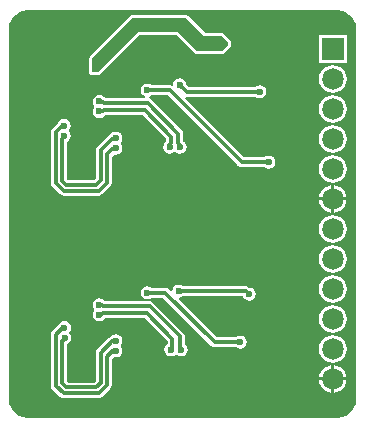
<source format=gbl>
G04*
G04 #@! TF.GenerationSoftware,Altium Limited,Altium Designer,22.0.2 (36)*
G04*
G04 Layer_Physical_Order=2*
G04 Layer_Color=16711680*
%FSLAX25Y25*%
%MOIN*%
G70*
G04*
G04 #@! TF.SameCoordinates,8F1ED235-4021-42EF-82FE-ED0713BC9050*
G04*
G04*
G04 #@! TF.FilePolarity,Positive*
G04*
G01*
G75*
%ADD31C,0.01200*%
%ADD33C,0.07193*%
%ADD34R,0.07193X0.07193*%
%ADD35C,0.02362*%
G36*
X111953Y136440D02*
X113172Y135935D01*
X114269Y135202D01*
X115202Y134269D01*
X115935Y133172D01*
X116440Y131954D01*
X116697Y130660D01*
Y130000D01*
Y7500D01*
Y6840D01*
X116440Y5547D01*
X115935Y4328D01*
X115202Y3231D01*
X114269Y2298D01*
X113172Y1565D01*
X111953Y1060D01*
X110660Y803D01*
X110000D01*
X7500Y803D01*
X6840D01*
X5547Y1060D01*
X4328Y1565D01*
X3231Y2298D01*
X2298Y3231D01*
X1565Y4328D01*
X1060Y5547D01*
X803Y6840D01*
X803Y7500D01*
Y130000D01*
Y130660D01*
X1060Y131954D01*
X1565Y133172D01*
X2298Y134269D01*
X3231Y135202D01*
X4328Y135935D01*
X5547Y136440D01*
X6840Y136697D01*
X7500Y136697D01*
X110660D01*
X111953Y136440D01*
D02*
G37*
%LPC*%
G36*
X60000Y135020D02*
X42000D01*
X41610Y134942D01*
X41279Y134721D01*
X27779Y121221D01*
X27558Y120890D01*
X27480Y120500D01*
Y116000D01*
X27558Y115610D01*
X27779Y115279D01*
X28110Y115058D01*
X28500Y114980D01*
X30500D01*
X30890Y115058D01*
X31221Y115279D01*
X44422Y128480D01*
X56578D01*
X62779Y122279D01*
X63110Y122058D01*
X63500Y121980D01*
X72000D01*
X72390Y122058D01*
X72721Y122279D01*
X74721Y124279D01*
X74942Y124610D01*
X75020Y125000D01*
Y126000D01*
X74942Y126390D01*
X74721Y126721D01*
X72721Y128721D01*
X72390Y128942D01*
X72000Y129020D01*
X66422D01*
X60721Y134721D01*
X60390Y134942D01*
X60000Y135020D01*
D02*
G37*
G36*
X113414Y128347D02*
X104221D01*
Y119153D01*
X113414D01*
Y128347D01*
D02*
G37*
G36*
X57756Y114025D02*
X56905Y113856D01*
X56183Y113374D01*
X55701Y112652D01*
X55532Y111801D01*
X55419Y111720D01*
X55079Y111516D01*
X54500Y111631D01*
X48506D01*
X48500Y111632D01*
X48478Y111635D01*
X47851Y112055D01*
X47000Y112224D01*
X46149Y112055D01*
X45428Y111573D01*
X44945Y110851D01*
X44776Y110000D01*
X44945Y109149D01*
X45428Y108428D01*
X46149Y107946D01*
X46335Y107908D01*
X46286Y107408D01*
X33061D01*
X32825Y107566D01*
X32755Y107580D01*
X32572Y107854D01*
X31851Y108336D01*
X31000Y108505D01*
X30149Y108336D01*
X29427Y107854D01*
X28945Y107132D01*
X28776Y106281D01*
X28945Y105430D01*
X29250Y104974D01*
X29388Y104600D01*
X29250Y104226D01*
X28945Y103770D01*
X28776Y102919D01*
X28945Y102068D01*
X29427Y101347D01*
X30149Y100864D01*
X31000Y100695D01*
X31851Y100864D01*
X32572Y101347D01*
X32739Y101595D01*
X32934Y101634D01*
X33055Y101715D01*
X45458D01*
X53334Y93838D01*
Y92890D01*
X52928Y92618D01*
X52446Y91897D01*
X52276Y91046D01*
X52446Y90195D01*
X52928Y89473D01*
X53649Y88991D01*
X54500Y88822D01*
X55351Y88991D01*
X55786Y89282D01*
X56290Y89428D01*
X57011Y88946D01*
X57862Y88776D01*
X58713Y88946D01*
X59435Y89428D01*
X59917Y90149D01*
X60086Y91000D01*
X59917Y91851D01*
X59435Y92572D01*
X59028Y92844D01*
Y95521D01*
X58904Y96145D01*
X58550Y96674D01*
X48294Y106931D01*
X47765Y107284D01*
X47427Y107351D01*
Y107861D01*
X47851Y107946D01*
X48478Y108365D01*
X48489Y108366D01*
X48519Y108369D01*
X53824D01*
X77346Y84847D01*
X77876Y84493D01*
X78500Y84369D01*
X78500Y84369D01*
X85994D01*
X86000Y84368D01*
X86022Y84365D01*
X86649Y83946D01*
X87500Y83776D01*
X88351Y83946D01*
X89073Y84427D01*
X89555Y85149D01*
X89724Y86000D01*
X89555Y86851D01*
X89073Y87572D01*
X88351Y88055D01*
X87500Y88224D01*
X86649Y88055D01*
X86022Y87635D01*
X86011Y87634D01*
X85981Y87631D01*
X79176D01*
X59396Y107411D01*
X59415Y107505D01*
X59988Y107893D01*
X60108Y107869D01*
X82994D01*
X82999Y107868D01*
X83022Y107865D01*
X83649Y107446D01*
X84500Y107276D01*
X85351Y107446D01*
X86072Y107928D01*
X86554Y108649D01*
X86724Y109500D01*
X86554Y110351D01*
X86072Y111073D01*
X85351Y111555D01*
X84500Y111724D01*
X83649Y111555D01*
X83022Y111135D01*
X83012Y111134D01*
X82981Y111131D01*
X60784D01*
X59986Y111929D01*
X59969Y111950D01*
X59947Y111978D01*
X59943Y111985D01*
X59810Y112652D01*
X59328Y113374D01*
X58607Y113856D01*
X57756Y114025D01*
D02*
G37*
G36*
X108817Y118386D02*
X107617Y118228D01*
X106499Y117765D01*
X105539Y117028D01*
X104802Y116068D01*
X104339Y114950D01*
X104181Y113750D01*
X104339Y112550D01*
X104802Y111432D01*
X105539Y110472D01*
X106499Y109735D01*
X107617Y109272D01*
X108817Y109114D01*
X110017Y109272D01*
X111135Y109735D01*
X112095Y110472D01*
X112832Y111432D01*
X113295Y112550D01*
X113453Y113750D01*
X113295Y114950D01*
X112832Y116068D01*
X112095Y117028D01*
X111135Y117765D01*
X110017Y118228D01*
X108817Y118386D01*
D02*
G37*
G36*
Y108386D02*
X107617Y108228D01*
X106499Y107765D01*
X105539Y107028D01*
X104802Y106068D01*
X104339Y104950D01*
X104181Y103750D01*
X104339Y102550D01*
X104802Y101432D01*
X105539Y100472D01*
X106499Y99735D01*
X107617Y99272D01*
X108817Y99114D01*
X110017Y99272D01*
X111135Y99735D01*
X112095Y100472D01*
X112832Y101432D01*
X113295Y102550D01*
X113453Y103750D01*
X113295Y104950D01*
X112832Y106068D01*
X112095Y107028D01*
X111135Y107765D01*
X110017Y108228D01*
X108817Y108386D01*
D02*
G37*
G36*
Y98386D02*
X107617Y98228D01*
X106499Y97765D01*
X105539Y97028D01*
X104802Y96068D01*
X104339Y94950D01*
X104181Y93750D01*
X104339Y92550D01*
X104802Y91432D01*
X105539Y90472D01*
X106499Y89735D01*
X107617Y89272D01*
X108817Y89114D01*
X110017Y89272D01*
X111135Y89735D01*
X112095Y90472D01*
X112832Y91432D01*
X113295Y92550D01*
X113453Y93750D01*
X113295Y94950D01*
X112832Y96068D01*
X112095Y97028D01*
X111135Y97765D01*
X110017Y98228D01*
X108817Y98386D01*
D02*
G37*
G36*
X19222Y100446D02*
X18371Y100277D01*
X17650Y99795D01*
X17168Y99073D01*
X17133Y98900D01*
X16976Y98795D01*
X15347Y97166D01*
X14993Y96636D01*
X14869Y96012D01*
Y79000D01*
X14993Y78376D01*
X15347Y77846D01*
X17932Y75261D01*
X18462Y74907D01*
X19086Y74783D01*
X30743D01*
X31367Y74907D01*
X31896Y75261D01*
X34653Y78018D01*
X35007Y78547D01*
X35131Y79172D01*
Y87898D01*
X35789Y88555D01*
X36500Y88414D01*
X37351Y88583D01*
X38072Y89065D01*
X38555Y89787D01*
X38724Y90638D01*
X38555Y91489D01*
X38250Y91945D01*
X38112Y92319D01*
X38250Y92693D01*
X38555Y93149D01*
X38724Y94000D01*
X38555Y94851D01*
X38072Y95573D01*
X37351Y96055D01*
X36500Y96224D01*
X35649Y96055D01*
X34927Y95573D01*
X34748Y95304D01*
X34653Y95285D01*
X34124Y94931D01*
X30347Y91154D01*
X29993Y90624D01*
X29869Y90000D01*
Y80676D01*
X29239Y80046D01*
X20590D01*
X20131Y80504D01*
Y92805D01*
X20132Y92806D01*
X20854Y93288D01*
X21336Y94009D01*
X21505Y94860D01*
X21336Y95711D01*
X20854Y96433D01*
X20968Y96908D01*
X21277Y97371D01*
X21446Y98222D01*
X21277Y99073D01*
X20795Y99795D01*
X20073Y100277D01*
X19222Y100446D01*
D02*
G37*
G36*
X108817Y88386D02*
X107617Y88228D01*
X106499Y87765D01*
X105539Y87028D01*
X104802Y86068D01*
X104339Y84950D01*
X104181Y83750D01*
X104339Y82550D01*
X104802Y81432D01*
X105539Y80472D01*
X106499Y79735D01*
X107617Y79272D01*
X108817Y79114D01*
X110017Y79272D01*
X111135Y79735D01*
X112095Y80472D01*
X112832Y81432D01*
X113295Y82550D01*
X113453Y83750D01*
X113295Y84950D01*
X112832Y86068D01*
X112095Y87028D01*
X111135Y87765D01*
X110017Y88228D01*
X108817Y88386D01*
D02*
G37*
G36*
X109317Y78320D02*
Y74250D01*
X113388D01*
X113295Y74950D01*
X112832Y76068D01*
X112095Y77028D01*
X111135Y77765D01*
X110017Y78228D01*
X109317Y78320D01*
D02*
G37*
G36*
X108317Y78320D02*
X107617Y78228D01*
X106499Y77765D01*
X105539Y77028D01*
X104802Y76068D01*
X104339Y74950D01*
X104247Y74250D01*
X108317D01*
Y78320D01*
D02*
G37*
G36*
X113388Y73250D02*
X109317D01*
Y69180D01*
X110017Y69272D01*
X111135Y69735D01*
X112095Y70472D01*
X112832Y71432D01*
X113295Y72550D01*
X113388Y73250D01*
D02*
G37*
G36*
X108317D02*
X104247D01*
X104339Y72550D01*
X104802Y71432D01*
X105539Y70472D01*
X106499Y69735D01*
X107617Y69272D01*
X108317Y69180D01*
Y73250D01*
D02*
G37*
G36*
X108817Y68386D02*
X107617Y68228D01*
X106499Y67765D01*
X105539Y67028D01*
X104802Y66068D01*
X104339Y64950D01*
X104181Y63750D01*
X104339Y62550D01*
X104802Y61432D01*
X105539Y60472D01*
X106499Y59735D01*
X107617Y59272D01*
X108817Y59114D01*
X110017Y59272D01*
X111135Y59735D01*
X112095Y60472D01*
X112832Y61432D01*
X113295Y62550D01*
X113453Y63750D01*
X113295Y64950D01*
X112832Y66068D01*
X112095Y67028D01*
X111135Y67765D01*
X110017Y68228D01*
X108817Y68386D01*
D02*
G37*
G36*
Y58386D02*
X107617Y58228D01*
X106499Y57765D01*
X105539Y57028D01*
X104802Y56068D01*
X104339Y54950D01*
X104181Y53750D01*
X104339Y52550D01*
X104802Y51432D01*
X105539Y50472D01*
X106499Y49735D01*
X107617Y49272D01*
X108817Y49114D01*
X110017Y49272D01*
X111135Y49735D01*
X112095Y50472D01*
X112832Y51432D01*
X113295Y52550D01*
X113453Y53750D01*
X113295Y54950D01*
X112832Y56068D01*
X112095Y57028D01*
X111135Y57765D01*
X110017Y58228D01*
X108817Y58386D01*
D02*
G37*
G36*
X57500Y45224D02*
X56649Y45055D01*
X55927Y44572D01*
X55445Y43851D01*
X55316Y43198D01*
X54805Y43002D01*
X54154Y43654D01*
X53624Y44007D01*
X53000Y44131D01*
X48506D01*
X48500Y44132D01*
X48478Y44135D01*
X47851Y44555D01*
X47000Y44724D01*
X46149Y44555D01*
X45428Y44072D01*
X44945Y43351D01*
X44776Y42500D01*
X44945Y41649D01*
X45428Y40927D01*
X46149Y40445D01*
X47000Y40276D01*
X47851Y40445D01*
X48478Y40865D01*
X48489Y40866D01*
X48519Y40869D01*
X52324D01*
X68347Y24847D01*
X68876Y24493D01*
X69500Y24369D01*
X76494D01*
X76499Y24368D01*
X76522Y24365D01*
X77149Y23945D01*
X78000Y23776D01*
X78851Y23945D01*
X79572Y24428D01*
X80054Y25149D01*
X80224Y26000D01*
X80054Y26851D01*
X79572Y27573D01*
X78851Y28055D01*
X78000Y28224D01*
X77149Y28055D01*
X76522Y27635D01*
X76512Y27634D01*
X76481Y27631D01*
X70176D01*
X57502Y40305D01*
X57699Y40816D01*
X58351Y40945D01*
X58978Y41365D01*
X58988Y41366D01*
X59019Y41369D01*
X78902D01*
X78945Y41149D01*
X79427Y40428D01*
X80149Y39945D01*
X81000Y39776D01*
X81851Y39945D01*
X82573Y40428D01*
X83055Y41149D01*
X83224Y42000D01*
X83055Y42851D01*
X82573Y43573D01*
X81851Y44055D01*
X81069Y44210D01*
X80624Y44507D01*
X80000Y44631D01*
X59006D01*
X59000Y44632D01*
X58978Y44635D01*
X58351Y45055D01*
X57500Y45224D01*
D02*
G37*
G36*
X108817Y48386D02*
X107617Y48228D01*
X106499Y47765D01*
X105539Y47028D01*
X104802Y46068D01*
X104339Y44950D01*
X104181Y43750D01*
X104339Y42550D01*
X104802Y41432D01*
X105539Y40472D01*
X106499Y39735D01*
X107617Y39272D01*
X108817Y39114D01*
X110017Y39272D01*
X111135Y39735D01*
X112095Y40472D01*
X112832Y41432D01*
X113295Y42550D01*
X113453Y43750D01*
X113295Y44950D01*
X112832Y46068D01*
X112095Y47028D01*
X111135Y47765D01*
X110017Y48228D01*
X108817Y48386D01*
D02*
G37*
G36*
Y38386D02*
X107617Y38228D01*
X106499Y37765D01*
X105539Y37028D01*
X104802Y36068D01*
X104339Y34950D01*
X104181Y33750D01*
X104339Y32550D01*
X104802Y31432D01*
X105539Y30472D01*
X106499Y29735D01*
X107617Y29272D01*
X108817Y29114D01*
X110017Y29272D01*
X111135Y29735D01*
X112095Y30472D01*
X112832Y31432D01*
X113295Y32550D01*
X113453Y33750D01*
X113295Y34950D01*
X112832Y36068D01*
X112095Y37028D01*
X111135Y37765D01*
X110017Y38228D01*
X108817Y38386D01*
D02*
G37*
G36*
X31000Y40724D02*
X30149Y40555D01*
X29427Y40073D01*
X28945Y39351D01*
X28776Y38500D01*
X28945Y37649D01*
X29250Y37193D01*
X29388Y36819D01*
X29250Y36445D01*
X28945Y35989D01*
X28776Y35138D01*
X28945Y34287D01*
X29427Y33565D01*
X30149Y33083D01*
X31000Y32914D01*
X31851Y33083D01*
X32572Y33565D01*
X32844Y33972D01*
X46100D01*
X53739Y26333D01*
Y25385D01*
X53333Y25113D01*
X52851Y24392D01*
X52681Y23541D01*
X52851Y22690D01*
X53333Y21968D01*
X54054Y21486D01*
X54905Y21317D01*
X55756Y21486D01*
X56189Y21775D01*
X56695Y21919D01*
X57416Y21437D01*
X58267Y21267D01*
X59118Y21437D01*
X59840Y21919D01*
X60322Y22640D01*
X60491Y23491D01*
X60322Y24342D01*
X59840Y25064D01*
X59433Y25335D01*
Y28016D01*
X59309Y28640D01*
X58955Y29169D01*
X48936Y39188D01*
X48407Y39542D01*
X47783Y39666D01*
X32844D01*
X32572Y40073D01*
X31851Y40555D01*
X31000Y40724D01*
D02*
G37*
G36*
X19393Y33116D02*
X18542Y32947D01*
X17820Y32465D01*
X17338Y31744D01*
X17304Y31571D01*
X17146Y31465D01*
X15347Y29666D01*
X14993Y29136D01*
X14869Y28512D01*
Y11500D01*
X14993Y10876D01*
X15347Y10346D01*
X17932Y7761D01*
X18462Y7407D01*
X19086Y7283D01*
X30743D01*
X31367Y7407D01*
X31896Y7761D01*
X34653Y10518D01*
X35007Y11047D01*
X35131Y11672D01*
Y20398D01*
X35789Y21055D01*
X36500Y20914D01*
X37351Y21083D01*
X38072Y21565D01*
X38555Y22287D01*
X38724Y23138D01*
X38555Y23989D01*
X38250Y24445D01*
X38112Y24819D01*
X38250Y25193D01*
X38555Y25649D01*
X38724Y26500D01*
X38555Y27351D01*
X38072Y28073D01*
X37351Y28555D01*
X36500Y28724D01*
X35649Y28555D01*
X34927Y28073D01*
X34748Y27804D01*
X34653Y27785D01*
X34124Y27431D01*
X30347Y23653D01*
X29993Y23124D01*
X29869Y22500D01*
Y13176D01*
X29239Y12546D01*
X20590D01*
X20131Y13004D01*
Y25442D01*
X20302Y25476D01*
X21024Y25958D01*
X21506Y26680D01*
X21675Y27531D01*
X21506Y28381D01*
X21024Y29103D01*
X21161Y29613D01*
X21447Y30042D01*
X21617Y30893D01*
X21447Y31744D01*
X20965Y32465D01*
X20244Y32947D01*
X19393Y33116D01*
D02*
G37*
G36*
X108817Y28386D02*
X107617Y28228D01*
X106499Y27765D01*
X105539Y27028D01*
X104802Y26068D01*
X104339Y24950D01*
X104181Y23750D01*
X104339Y22550D01*
X104802Y21432D01*
X105539Y20472D01*
X106499Y19735D01*
X107617Y19272D01*
X108817Y19114D01*
X110017Y19272D01*
X111135Y19735D01*
X112095Y20472D01*
X112832Y21432D01*
X113295Y22550D01*
X113453Y23750D01*
X113295Y24950D01*
X112832Y26068D01*
X112095Y27028D01*
X111135Y27765D01*
X110017Y28228D01*
X108817Y28386D01*
D02*
G37*
G36*
X109317Y18320D02*
Y14250D01*
X113388D01*
X113295Y14950D01*
X112832Y16068D01*
X112095Y17028D01*
X111135Y17765D01*
X110017Y18228D01*
X109317Y18320D01*
D02*
G37*
G36*
X108317Y18320D02*
X107617Y18228D01*
X106499Y17765D01*
X105539Y17028D01*
X104802Y16068D01*
X104339Y14950D01*
X104247Y14250D01*
X108317D01*
Y18320D01*
D02*
G37*
G36*
Y13250D02*
X104247D01*
X104339Y12550D01*
X104802Y11432D01*
X105539Y10472D01*
X106499Y9735D01*
X107617Y9272D01*
X108317Y9180D01*
Y13250D01*
D02*
G37*
G36*
X113388D02*
X109317D01*
Y9180D01*
X110017Y9272D01*
X111135Y9735D01*
X112095Y10472D01*
X112832Y11432D01*
X113295Y12550D01*
X113388Y13250D01*
D02*
G37*
%LPD*%
G36*
X66000Y128000D02*
X72000D01*
X74000Y126000D01*
Y125000D01*
X72000Y123000D01*
X63500D01*
X57000Y129500D01*
X44000D01*
X30500Y116000D01*
X28500D01*
Y120500D01*
X42000Y134000D01*
X60000D01*
X66000Y128000D01*
D02*
G37*
G36*
X58942Y111762D02*
X58957Y111695D01*
X58982Y111625D01*
X59015Y111551D01*
X59058Y111475D01*
X59110Y111395D01*
X59171Y111313D01*
X59321Y111138D01*
X59410Y111046D01*
X58592Y110168D01*
X58500Y110256D01*
X58325Y110404D01*
X58242Y110464D01*
X58162Y110514D01*
X58084Y110555D01*
X58010Y110586D01*
X57938Y110607D01*
X57870Y110619D01*
X57804Y110621D01*
X58937Y111826D01*
X58942Y111762D01*
D02*
G37*
G36*
X47892Y110784D02*
X47950Y110745D01*
X48016Y110711D01*
X48091Y110682D01*
X48175Y110657D01*
X48268Y110636D01*
X48369Y110620D01*
X48479Y110609D01*
X48726Y110600D01*
Y109400D01*
X48598Y109398D01*
X48369Y109380D01*
X48268Y109364D01*
X48175Y109343D01*
X48091Y109318D01*
X48016Y109289D01*
X47950Y109255D01*
X47892Y109216D01*
X47844Y109173D01*
Y110827D01*
X47892Y110784D01*
D02*
G37*
G36*
X83657Y108673D02*
X83608Y108716D01*
X83550Y108755D01*
X83484Y108789D01*
X83409Y108818D01*
X83325Y108843D01*
X83232Y108864D01*
X83131Y108880D01*
X83021Y108891D01*
X82774Y108900D01*
Y110100D01*
X82902Y110102D01*
X83131Y110120D01*
X83232Y110136D01*
X83325Y110157D01*
X83409Y110182D01*
X83484Y110211D01*
X83550Y110245D01*
X83608Y110284D01*
X83657Y110327D01*
Y108673D01*
D02*
G37*
G36*
X86656Y85173D02*
X86608Y85216D01*
X86550Y85255D01*
X86484Y85289D01*
X86409Y85318D01*
X86325Y85343D01*
X86232Y85364D01*
X86131Y85380D01*
X86021Y85391D01*
X85774Y85400D01*
Y86600D01*
X85902Y86602D01*
X86131Y86620D01*
X86232Y86636D01*
X86325Y86657D01*
X86409Y86682D01*
X86484Y86711D01*
X86550Y86745D01*
X86608Y86784D01*
X86656Y86827D01*
Y85173D01*
D02*
G37*
G36*
X35829Y89666D02*
X35780Y89691D01*
X35727Y89704D01*
X35669Y89704D01*
X35605Y89691D01*
X35537Y89665D01*
X35464Y89627D01*
X35386Y89576D01*
X35303Y89512D01*
X35214Y89435D01*
X35121Y89346D01*
X34415Y90337D01*
X35471Y91217D01*
X35829Y89666D01*
D02*
G37*
G36*
X58392Y43784D02*
X58450Y43745D01*
X58516Y43711D01*
X58591Y43682D01*
X58675Y43657D01*
X58768Y43636D01*
X58869Y43620D01*
X58979Y43609D01*
X59226Y43600D01*
Y42400D01*
X59098Y42398D01*
X58869Y42380D01*
X58768Y42364D01*
X58675Y42343D01*
X58591Y42318D01*
X58516Y42289D01*
X58450Y42255D01*
X58392Y42216D01*
X58343Y42173D01*
Y43827D01*
X58392Y43784D01*
D02*
G37*
G36*
X47892Y43284D02*
X47950Y43245D01*
X48016Y43211D01*
X48091Y43182D01*
X48175Y43157D01*
X48268Y43136D01*
X48369Y43120D01*
X48479Y43109D01*
X48726Y43100D01*
Y41900D01*
X48598Y41898D01*
X48369Y41880D01*
X48268Y41864D01*
X48175Y41843D01*
X48091Y41818D01*
X48016Y41789D01*
X47950Y41755D01*
X47892Y41716D01*
X47844Y41673D01*
Y43327D01*
X47892Y43284D01*
D02*
G37*
G36*
X77157Y25173D02*
X77108Y25216D01*
X77050Y25255D01*
X76984Y25289D01*
X76909Y25318D01*
X76825Y25343D01*
X76732Y25364D01*
X76631Y25380D01*
X76521Y25391D01*
X76274Y25400D01*
Y26600D01*
X76402Y26602D01*
X76631Y26620D01*
X76732Y26636D01*
X76825Y26657D01*
X76909Y26682D01*
X76984Y26711D01*
X77050Y26745D01*
X77108Y26784D01*
X77157Y26827D01*
Y25173D01*
D02*
G37*
G36*
X35829Y22166D02*
X35780Y22191D01*
X35727Y22204D01*
X35669Y22204D01*
X35605Y22191D01*
X35537Y22165D01*
X35464Y22127D01*
X35386Y22076D01*
X35303Y22012D01*
X35214Y21935D01*
X35121Y21846D01*
X34415Y22837D01*
X35471Y23718D01*
X35829Y22166D01*
D02*
G37*
D31*
X31500Y90000D02*
X35278Y93778D01*
X36278D02*
X36500Y94000D01*
X35278Y93778D02*
X36278D01*
X35342Y90415D02*
X36278D01*
X31500Y80000D02*
Y90000D01*
X33500Y79172D02*
Y88573D01*
X36278Y90415D02*
X36500Y90638D01*
X33500Y88573D02*
X35342Y90415D01*
Y22915D02*
X36278D01*
Y26278D02*
X36500Y26500D01*
X31500Y12500D02*
Y22500D01*
X36278Y22915D02*
X36500Y23138D01*
X35278Y26278D02*
X36278D01*
X31500Y22500D02*
X35278Y26278D01*
X33500Y21073D02*
X35342Y22915D01*
X33500Y11672D02*
Y21073D01*
X78500Y86000D02*
X87500D01*
X54500Y110000D02*
X78500Y86000D01*
X47000Y110000D02*
X54500D01*
X57807Y111801D02*
X60108Y109500D01*
X57756Y111801D02*
X57807D01*
X80000Y43000D02*
X81000Y42000D01*
X57500Y43000D02*
X80000D01*
X47000Y42500D02*
X53000D01*
X69500Y26000D02*
X78000D01*
X53000Y42500D02*
X69500Y26000D01*
X60108Y109500D02*
X84500D01*
X30743Y8914D02*
X33500Y11672D01*
X31222Y35360D02*
X32041D01*
X58045Y23714D02*
Y24532D01*
X57802Y24775D02*
Y28016D01*
X55128Y24041D02*
Y24582D01*
X32284Y38034D02*
X47783D01*
X55371Y24825D02*
Y27009D01*
X31222Y38278D02*
X32041D01*
X32284Y35603D02*
X46776D01*
X55371Y27009D01*
X31000Y38500D02*
X31222Y38278D01*
X32041D02*
X32284Y38034D01*
X47783D02*
X57802Y28016D01*
X31000Y35138D02*
X31222Y35360D01*
X54850Y23763D02*
X55128Y24041D01*
Y24582D02*
X55371Y24825D01*
X58045Y23714D02*
X58267Y23491D01*
X32041Y35360D02*
X32284Y35603D01*
X57802Y24775D02*
X58045Y24532D01*
X57640Y91222D02*
Y92041D01*
X32483Y105777D02*
X47140D01*
X31222Y106059D02*
X32201D01*
X54723Y91268D02*
Y92087D01*
X54966Y92330D01*
Y94513D01*
X32515Y103346D02*
X46133D01*
X31222Y103141D02*
X32310D01*
X32515Y103346D01*
X46133D02*
X54966Y94513D01*
X31000Y102919D02*
X31222Y103141D01*
X31000Y106281D02*
X31222Y106059D01*
X54500Y91046D02*
X54723Y91268D01*
X57397Y92284D02*
Y95521D01*
X32201Y106059D02*
X32483Y105777D01*
X47140D02*
X57397Y95521D01*
Y92284D02*
X57640Y92041D01*
Y91222D02*
X57862Y91000D01*
X16500Y11500D02*
Y28512D01*
X18500Y12328D02*
Y26265D01*
X19086Y8914D02*
X30743D01*
X16500Y11500D02*
X19086Y8914D01*
X29914Y10914D02*
X31500Y12500D01*
X19914Y10914D02*
X29914D01*
X18500Y12328D02*
X19914Y10914D01*
X19078Y30893D02*
X19393D01*
X18497Y30312D02*
X19078Y30893D01*
X19451Y27216D02*
Y27531D01*
X18500Y26265D02*
X19451Y27216D01*
X18299Y30312D02*
X18497D01*
X16500Y28512D02*
X18299Y30312D01*
X19281Y94546D02*
Y94860D01*
X18129Y97641D02*
X18327D01*
X16500Y79000D02*
Y96012D01*
X18500Y93765D02*
X19281Y94546D01*
X18500Y79828D02*
Y93765D01*
X16500Y96012D02*
X18129Y97641D01*
X18908Y98222D02*
X19222D01*
X16500Y79000D02*
X19086Y76414D01*
X30743D01*
X19914Y78414D02*
X29914D01*
X18327Y97641D02*
X18908Y98222D01*
X18500Y79828D02*
X19914Y78414D01*
X29914D02*
X31500Y80000D01*
X30743Y76414D02*
X33500Y79172D01*
D33*
X108817Y53750D02*
D03*
Y63750D02*
D03*
Y43750D02*
D03*
X108817Y83750D02*
D03*
Y73750D02*
D03*
X108817Y23750D02*
D03*
Y33750D02*
D03*
X108817Y13750D02*
D03*
X108817Y113750D02*
D03*
Y103750D02*
D03*
Y93750D02*
D03*
D34*
Y123750D02*
D03*
D35*
X87500Y82500D02*
D03*
X83750Y15000D02*
D03*
X31250Y30000D02*
D03*
X35000Y7500D02*
D03*
X113750Y30000D02*
D03*
X110000Y7500D02*
D03*
X83750Y30000D02*
D03*
X87500Y22500D02*
D03*
X91250Y15000D02*
D03*
X72500Y7500D02*
D03*
X8750Y15000D02*
D03*
X5000Y22500D02*
D03*
X12500D02*
D03*
X8750Y30000D02*
D03*
X5000Y37500D02*
D03*
X12500D02*
D03*
X16250Y45000D02*
D03*
X8750D02*
D03*
X5000Y52500D02*
D03*
X12500D02*
D03*
X16250Y60000D02*
D03*
X23750D02*
D03*
X27500Y67500D02*
D03*
X5000D02*
D03*
X12500D02*
D03*
X20000D02*
D03*
X16250Y75000D02*
D03*
X57500Y82500D02*
D03*
X68750Y75000D02*
D03*
X65000Y67500D02*
D03*
X72500D02*
D03*
X76250Y75000D02*
D03*
X83750D02*
D03*
X95000Y67500D02*
D03*
X102500D02*
D03*
X80000Y82500D02*
D03*
X83750Y90000D02*
D03*
X68750Y105000D02*
D03*
X35000Y97500D02*
D03*
X12500Y82500D02*
D03*
X5000D02*
D03*
X8750Y90000D02*
D03*
X5000Y97500D02*
D03*
X12500D02*
D03*
X16250Y105000D02*
D03*
X8750D02*
D03*
X80000Y112500D02*
D03*
X87500D02*
D03*
X102500Y127500D02*
D03*
X5000Y112500D02*
D03*
X12500D02*
D03*
X16250Y120000D02*
D03*
X8750D02*
D03*
X27500Y127500D02*
D03*
X20000D02*
D03*
X36500Y90638D02*
D03*
Y23138D02*
D03*
X81000Y42000D02*
D03*
X87500Y86000D02*
D03*
X57756Y111801D02*
D03*
X57500Y43000D02*
D03*
X84500Y109500D02*
D03*
X36500Y26500D02*
D03*
Y94000D02*
D03*
X58267Y23491D02*
D03*
X31000Y38500D02*
D03*
Y35138D02*
D03*
Y106281D02*
D03*
X54500Y91046D02*
D03*
X31000Y102919D02*
D03*
X19393Y30893D02*
D03*
X19451Y27531D02*
D03*
X19281Y94860D02*
D03*
X19222Y98222D02*
D03*
X47000Y42500D02*
D03*
X54905Y23541D02*
D03*
X78000Y26000D02*
D03*
X57862Y91000D02*
D03*
X47000Y110000D02*
D03*
X30500Y118500D02*
D03*
X33000Y121000D02*
D03*
X65000Y125000D02*
D03*
X70000D02*
D03*
M02*

</source>
